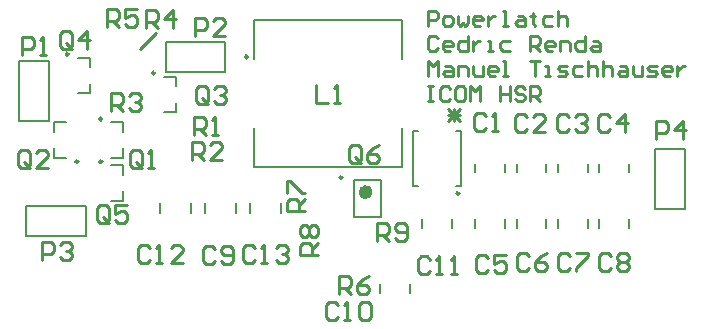
<source format=gto>
G04*
G04 #@! TF.GenerationSoftware,Altium Limited,Altium Designer,19.1.8 (144)*
G04*
G04 Layer_Color=65535*
%FSLAX42Y42*%
%MOMM*%
G71*
G01*
G75*
%ADD10C,0.25*%
%ADD11C,0.60*%
%ADD12C,0.25*%
%ADD13C,0.20*%
D10*
X1312Y2373D02*
G03*
X1312Y2373I-12J0D01*
G01*
X865Y1985D02*
G03*
X865Y1985I-12J0D01*
G01*
X2098Y2510D02*
G03*
X2098Y2510I-12J0D01*
G01*
X2900Y1488D02*
G03*
X2900Y1488I-12J0D01*
G01*
X865Y1623D02*
G03*
X865Y1623I-12J0D01*
G01*
X662Y1625D02*
G03*
X662Y1625I-12J0D01*
G01*
X582Y2533D02*
G03*
X582Y2533I-12J0D01*
G01*
X3888Y1355D02*
G03*
X3888Y1355I-12J0D01*
G01*
D11*
X3125Y1365D02*
G03*
X3125Y1365I-30J0D01*
G01*
D12*
X1188Y2577D02*
X1320Y2710D01*
X3620Y2775D02*
Y2902D01*
X3684D01*
X3705Y2881D01*
Y2839D01*
X3684Y2818D01*
X3620D01*
X3769Y2775D02*
X3811D01*
X3832Y2796D01*
Y2839D01*
X3811Y2860D01*
X3769D01*
X3747Y2839D01*
Y2796D01*
X3769Y2775D01*
X3874Y2860D02*
Y2796D01*
X3895Y2775D01*
X3917Y2796D01*
X3938Y2775D01*
X3959Y2796D01*
Y2860D01*
X4065Y2775D02*
X4022D01*
X4001Y2796D01*
Y2839D01*
X4022Y2860D01*
X4065D01*
X4086Y2839D01*
Y2818D01*
X4001D01*
X4128Y2860D02*
Y2775D01*
Y2818D01*
X4149Y2839D01*
X4171Y2860D01*
X4192D01*
X4255Y2775D02*
X4298D01*
X4276D01*
Y2902D01*
X4255D01*
X4382Y2860D02*
X4424D01*
X4446Y2839D01*
Y2775D01*
X4382D01*
X4361Y2796D01*
X4382Y2818D01*
X4446D01*
X4509Y2881D02*
Y2860D01*
X4488D01*
X4530D01*
X4509D01*
Y2796D01*
X4530Y2775D01*
X4678Y2860D02*
X4615D01*
X4594Y2839D01*
Y2796D01*
X4615Y2775D01*
X4678D01*
X4721Y2902D02*
Y2775D01*
Y2839D01*
X4742Y2860D01*
X4784D01*
X4805Y2839D01*
Y2775D01*
X3705Y2668D02*
X3684Y2689D01*
X3642D01*
X3620Y2668D01*
Y2583D01*
X3642Y2562D01*
X3684D01*
X3705Y2583D01*
X3811Y2562D02*
X3769D01*
X3747Y2583D01*
Y2626D01*
X3769Y2647D01*
X3811D01*
X3832Y2626D01*
Y2604D01*
X3747D01*
X3959Y2689D02*
Y2562D01*
X3895D01*
X3874Y2583D01*
Y2626D01*
X3895Y2647D01*
X3959D01*
X4001D02*
Y2562D01*
Y2604D01*
X4022Y2626D01*
X4044Y2647D01*
X4065D01*
X4128Y2562D02*
X4171D01*
X4149D01*
Y2647D01*
X4128D01*
X4319D02*
X4255D01*
X4234Y2626D01*
Y2583D01*
X4255Y2562D01*
X4319D01*
X4488D02*
Y2689D01*
X4551D01*
X4573Y2668D01*
Y2626D01*
X4551Y2604D01*
X4488D01*
X4530D02*
X4573Y2562D01*
X4678D02*
X4636D01*
X4615Y2583D01*
Y2626D01*
X4636Y2647D01*
X4678D01*
X4700Y2626D01*
Y2604D01*
X4615D01*
X4742Y2562D02*
Y2647D01*
X4805D01*
X4827Y2626D01*
Y2562D01*
X4953Y2689D02*
Y2562D01*
X4890D01*
X4869Y2583D01*
Y2626D01*
X4890Y2647D01*
X4953D01*
X5017D02*
X5059D01*
X5080Y2626D01*
Y2562D01*
X5017D01*
X4996Y2583D01*
X5017Y2604D01*
X5080D01*
X3620Y2349D02*
Y2476D01*
X3663Y2433D01*
X3705Y2476D01*
Y2349D01*
X3769Y2433D02*
X3811D01*
X3832Y2412D01*
Y2349D01*
X3769D01*
X3747Y2370D01*
X3769Y2391D01*
X3832D01*
X3874Y2349D02*
Y2433D01*
X3938D01*
X3959Y2412D01*
Y2349D01*
X4001Y2433D02*
Y2370D01*
X4022Y2349D01*
X4086D01*
Y2433D01*
X4192Y2349D02*
X4149D01*
X4128Y2370D01*
Y2412D01*
X4149Y2433D01*
X4192D01*
X4213Y2412D01*
Y2391D01*
X4128D01*
X4255Y2349D02*
X4298D01*
X4276D01*
Y2476D01*
X4255D01*
X4488D02*
X4573D01*
X4530D01*
Y2349D01*
X4615D02*
X4657D01*
X4636D01*
Y2433D01*
X4615D01*
X4721Y2349D02*
X4784D01*
X4805Y2370D01*
X4784Y2391D01*
X4742D01*
X4721Y2412D01*
X4742Y2433D01*
X4805D01*
X4932D02*
X4869D01*
X4848Y2412D01*
Y2370D01*
X4869Y2349D01*
X4932D01*
X4975Y2476D02*
Y2349D01*
Y2412D01*
X4996Y2433D01*
X5038D01*
X5059Y2412D01*
Y2349D01*
X5102Y2476D02*
Y2349D01*
Y2412D01*
X5123Y2433D01*
X5165D01*
X5186Y2412D01*
Y2349D01*
X5250Y2433D02*
X5292D01*
X5313Y2412D01*
Y2349D01*
X5250D01*
X5229Y2370D01*
X5250Y2391D01*
X5313D01*
X5356Y2433D02*
Y2370D01*
X5377Y2349D01*
X5440D01*
Y2433D01*
X5482Y2349D02*
X5546D01*
X5567Y2370D01*
X5546Y2391D01*
X5504D01*
X5482Y2412D01*
X5504Y2433D01*
X5567D01*
X5673Y2349D02*
X5631D01*
X5609Y2370D01*
Y2412D01*
X5631Y2433D01*
X5673D01*
X5694Y2412D01*
Y2391D01*
X5609D01*
X5736Y2433D02*
Y2349D01*
Y2391D01*
X5758Y2412D01*
X5779Y2433D01*
X5800D01*
X3620Y2262D02*
X3663D01*
X3642D01*
Y2135D01*
X3620D01*
X3663D01*
X3811Y2241D02*
X3790Y2262D01*
X3747D01*
X3726Y2241D01*
Y2157D01*
X3747Y2135D01*
X3790D01*
X3811Y2157D01*
X3917Y2262D02*
X3874D01*
X3853Y2241D01*
Y2157D01*
X3874Y2135D01*
X3917D01*
X3938Y2157D01*
Y2241D01*
X3917Y2262D01*
X3980Y2135D02*
Y2262D01*
X4022Y2220D01*
X4065Y2262D01*
Y2135D01*
X4234Y2262D02*
Y2135D01*
Y2199D01*
X4319D01*
Y2262D01*
Y2135D01*
X4446Y2241D02*
X4424Y2262D01*
X4382D01*
X4361Y2241D01*
Y2220D01*
X4382Y2199D01*
X4424D01*
X4446Y2178D01*
Y2157D01*
X4424Y2135D01*
X4382D01*
X4361Y2157D01*
X4488Y2135D02*
Y2262D01*
X4551D01*
X4573Y2241D01*
Y2199D01*
X4551Y2178D01*
X4488D01*
X4530D02*
X4573Y2135D01*
X1764Y2140D02*
Y2242D01*
X1739Y2267D01*
X1688D01*
X1662Y2242D01*
Y2140D01*
X1688Y2115D01*
X1739D01*
X1713Y2166D02*
X1764Y2115D01*
X1739D02*
X1764Y2140D01*
X1815Y2242D02*
X1840Y2267D01*
X1891D01*
X1916Y2242D01*
Y2217D01*
X1891Y2191D01*
X1866D01*
X1891D01*
X1916Y2166D01*
Y2140D01*
X1891Y2115D01*
X1840D01*
X1815Y2140D01*
X1623Y1638D02*
Y1790D01*
X1699D01*
X1724Y1764D01*
Y1714D01*
X1699Y1688D01*
X1623D01*
X1673D02*
X1724Y1638D01*
X1876D02*
X1775D01*
X1876Y1739D01*
Y1764D01*
X1851Y1790D01*
X1800D01*
X1775Y1764D01*
X1640Y1848D02*
Y2000D01*
X1716D01*
X1742Y1974D01*
Y1924D01*
X1716Y1898D01*
X1640D01*
X1691D02*
X1742Y1848D01*
X1792D02*
X1843D01*
X1818D01*
Y2000D01*
X1792Y1974D01*
X1199Y1598D02*
Y1699D01*
X1174Y1725D01*
X1123D01*
X1098Y1699D01*
Y1598D01*
X1123Y1573D01*
X1174D01*
X1148Y1623D02*
X1199Y1573D01*
X1174D02*
X1199Y1598D01*
X1250Y1573D02*
X1301D01*
X1275D01*
Y1725D01*
X1250Y1699D01*
X943Y2050D02*
Y2202D01*
X1019D01*
X1044Y2177D01*
Y2126D01*
X1019Y2101D01*
X943D01*
X993D02*
X1044Y2050D01*
X1095Y2177D02*
X1120Y2202D01*
X1171D01*
X1196Y2177D01*
Y2152D01*
X1171Y2126D01*
X1146D01*
X1171D01*
X1196Y2101D01*
Y2075D01*
X1171Y2050D01*
X1120D01*
X1095Y2075D01*
X1240Y2758D02*
Y2910D01*
X1316D01*
X1342Y2884D01*
Y2834D01*
X1316Y2808D01*
X1240D01*
X1291D02*
X1342Y2758D01*
X1469D02*
Y2910D01*
X1392Y2834D01*
X1494D01*
X910Y2765D02*
Y2917D01*
X986D01*
X1012Y2892D01*
Y2841D01*
X986Y2816D01*
X910D01*
X961D02*
X1012Y2765D01*
X1164Y2917D02*
X1062D01*
Y2841D01*
X1113Y2867D01*
X1139D01*
X1164Y2841D01*
Y2790D01*
X1139Y2765D01*
X1088D01*
X1062Y2790D01*
X2677Y2275D02*
Y2123D01*
X2779D01*
X2830D02*
X2881D01*
X2855D01*
Y2275D01*
X2830Y2249D01*
X3059Y1640D02*
Y1742D01*
X3034Y1767D01*
X2983D01*
X2958Y1742D01*
Y1640D01*
X2983Y1615D01*
X3034D01*
X3008Y1666D02*
X3059Y1615D01*
X3034D02*
X3059Y1640D01*
X3211Y1767D02*
X3161Y1742D01*
X3110Y1691D01*
Y1640D01*
X3135Y1615D01*
X3186D01*
X3211Y1640D01*
Y1666D01*
X3186Y1691D01*
X3110D01*
X2583Y1205D02*
X2430D01*
Y1281D01*
X2456Y1307D01*
X2506D01*
X2532Y1281D01*
Y1205D01*
Y1256D02*
X2583Y1307D01*
X2430Y1357D02*
Y1459D01*
X2456D01*
X2557Y1357D01*
X2583D01*
X2159Y889D02*
X2134Y915D01*
X2083D01*
X2058Y889D01*
Y788D01*
X2083Y762D01*
X2134D01*
X2159Y788D01*
X2210Y762D02*
X2261D01*
X2235D01*
Y915D01*
X2210Y889D01*
X2337D02*
X2362Y915D01*
X2413D01*
X2438Y889D01*
Y864D01*
X2413Y839D01*
X2388D01*
X2413D01*
X2438Y813D01*
Y788D01*
X2413Y762D01*
X2362D01*
X2337Y788D01*
X1267Y894D02*
X1241Y920D01*
X1190D01*
X1165Y894D01*
Y793D01*
X1190Y768D01*
X1241D01*
X1267Y793D01*
X1317Y768D02*
X1368D01*
X1343D01*
Y920D01*
X1317Y894D01*
X1546Y768D02*
X1444D01*
X1546Y869D01*
Y894D01*
X1520Y920D01*
X1470D01*
X1444Y894D01*
X927Y1128D02*
Y1229D01*
X901Y1255D01*
X850D01*
X825Y1229D01*
Y1128D01*
X850Y1102D01*
X901D01*
X876Y1153D02*
X927Y1102D01*
X901D02*
X927Y1128D01*
X1079Y1255D02*
X977D01*
Y1179D01*
X1028Y1204D01*
X1054D01*
X1079Y1179D01*
Y1128D01*
X1054Y1102D01*
X1003D01*
X977Y1128D01*
X257Y1593D02*
Y1694D01*
X231Y1720D01*
X180D01*
X155Y1694D01*
Y1593D01*
X180Y1568D01*
X231D01*
X206Y1618D02*
X257Y1568D01*
X231D02*
X257Y1593D01*
X409Y1568D02*
X307D01*
X409Y1669D01*
Y1694D01*
X384Y1720D01*
X333D01*
X307Y1694D01*
X607Y2603D02*
Y2704D01*
X581Y2730D01*
X530D01*
X505Y2704D01*
Y2603D01*
X530Y2577D01*
X581D01*
X556Y2628D02*
X607Y2577D01*
X581D02*
X607Y2603D01*
X734Y2577D02*
Y2730D01*
X657Y2654D01*
X759D01*
X358Y793D02*
Y945D01*
X434D01*
X459Y919D01*
Y869D01*
X434Y843D01*
X358D01*
X510Y919D02*
X535Y945D01*
X586D01*
X611Y919D01*
Y894D01*
X586Y869D01*
X561D01*
X586D01*
X611Y843D01*
Y818D01*
X586Y793D01*
X535D01*
X510Y818D01*
X3795Y2072D02*
X3897Y1970D01*
X3795D02*
X3897Y2072D01*
X3795Y2021D02*
X3897D01*
X3846Y1970D02*
Y2072D01*
X1819Y887D02*
X1794Y912D01*
X1743D01*
X1717Y887D01*
Y785D01*
X1743Y760D01*
X1794D01*
X1819Y785D01*
X1870D02*
X1895Y760D01*
X1946D01*
X1971Y785D01*
Y887D01*
X1946Y912D01*
X1895D01*
X1870Y887D01*
Y862D01*
X1895Y836D01*
X1971D01*
X1652Y2690D02*
Y2842D01*
X1729D01*
X1754Y2817D01*
Y2766D01*
X1729Y2741D01*
X1652D01*
X1906Y2690D02*
X1805D01*
X1906Y2792D01*
Y2817D01*
X1881Y2842D01*
X1830D01*
X1805Y2817D01*
X185Y2525D02*
Y2677D01*
X261D01*
X287Y2652D01*
Y2601D01*
X261Y2576D01*
X185D01*
X337Y2525D02*
X388D01*
X363D01*
Y2677D01*
X337Y2652D01*
X3639Y794D02*
X3614Y820D01*
X3563D01*
X3538Y794D01*
Y693D01*
X3563Y668D01*
X3614D01*
X3639Y693D01*
X3690Y668D02*
X3741D01*
X3715D01*
Y820D01*
X3690Y794D01*
X3817Y668D02*
X3868D01*
X3842D01*
Y820D01*
X3817Y794D01*
X5177Y827D02*
X5151Y852D01*
X5100D01*
X5075Y827D01*
Y725D01*
X5100Y700D01*
X5151D01*
X5177Y725D01*
X5227Y827D02*
X5253Y852D01*
X5304D01*
X5329Y827D01*
Y802D01*
X5304Y776D01*
X5329Y751D01*
Y725D01*
X5304Y700D01*
X5253D01*
X5227Y725D01*
Y751D01*
X5253Y776D01*
X5227Y802D01*
Y827D01*
X5253Y776D02*
X5304D01*
X4827Y827D02*
X4801Y852D01*
X4750D01*
X4725Y827D01*
Y725D01*
X4750Y700D01*
X4801D01*
X4827Y725D01*
X4877Y852D02*
X4979D01*
Y827D01*
X4877Y725D01*
Y700D01*
X4477Y827D02*
X4451Y852D01*
X4400D01*
X4375Y827D01*
Y725D01*
X4400Y700D01*
X4451D01*
X4477Y725D01*
X4629Y852D02*
X4578Y827D01*
X4527Y776D01*
Y725D01*
X4553Y700D01*
X4604D01*
X4629Y725D01*
Y751D01*
X4604Y776D01*
X4527D01*
X4132Y807D02*
X4106Y832D01*
X4055D01*
X4030Y807D01*
Y705D01*
X4055Y680D01*
X4106D01*
X4132Y705D01*
X4284Y832D02*
X4182D01*
Y756D01*
X4233Y782D01*
X4259D01*
X4284Y756D01*
Y705D01*
X4259Y680D01*
X4208D01*
X4182Y705D01*
X2862Y412D02*
X2836Y437D01*
X2785D01*
X2760Y412D01*
Y310D01*
X2785Y285D01*
X2836D01*
X2862Y310D01*
X2912Y285D02*
X2963D01*
X2938D01*
Y437D01*
X2912Y412D01*
X3039D02*
X3065Y437D01*
X3115D01*
X3141Y412D01*
Y310D01*
X3115Y285D01*
X3065D01*
X3039Y310D01*
Y412D01*
X2870Y500D02*
Y652D01*
X2946D01*
X2972Y627D01*
Y576D01*
X2946Y551D01*
X2870D01*
X2921D02*
X2972Y500D01*
X3124Y652D02*
X3073Y627D01*
X3022Y576D01*
Y525D01*
X3048Y500D01*
X3099D01*
X3124Y525D01*
Y551D01*
X3099Y576D01*
X3022D01*
X2692Y835D02*
X2540D01*
Y911D01*
X2566Y937D01*
X2616D01*
X2642Y911D01*
Y835D01*
Y886D02*
X2692Y937D01*
X2566Y987D02*
X2540Y1013D01*
Y1064D01*
X2566Y1089D01*
X2591D01*
X2616Y1064D01*
X2642Y1089D01*
X2667D01*
X2692Y1064D01*
Y1013D01*
X2667Y987D01*
X2642D01*
X2616Y1013D01*
X2591Y987D01*
X2566D01*
X2616Y1013D02*
Y1064D01*
X3190Y948D02*
Y1100D01*
X3266D01*
X3292Y1074D01*
Y1024D01*
X3266Y998D01*
X3190D01*
X3241D02*
X3292Y948D01*
X3342Y973D02*
X3368Y948D01*
X3419D01*
X3444Y973D01*
Y1074D01*
X3419Y1100D01*
X3368D01*
X3342Y1074D01*
Y1049D01*
X3368Y1024D01*
X3444D01*
X5165Y2004D02*
X5140Y2030D01*
X5089D01*
X5064Y2004D01*
Y1903D01*
X5089Y1878D01*
X5140D01*
X5165Y1903D01*
X5292Y1878D02*
Y2030D01*
X5216Y1954D01*
X5317D01*
X4815Y2004D02*
X4790Y2030D01*
X4739D01*
X4714Y2004D01*
Y1903D01*
X4739Y1878D01*
X4790D01*
X4815Y1903D01*
X4866Y2004D02*
X4892Y2030D01*
X4942D01*
X4968Y2004D01*
Y1979D01*
X4942Y1954D01*
X4917D01*
X4942D01*
X4968Y1928D01*
Y1903D01*
X4942Y1878D01*
X4892D01*
X4866Y1903D01*
X4465Y2005D02*
X4439Y2030D01*
X4389D01*
X4363Y2005D01*
Y1903D01*
X4389Y1878D01*
X4439D01*
X4465Y1903D01*
X4617Y1878D02*
X4516D01*
X4617Y1979D01*
Y2005D01*
X4592Y2030D01*
X4541D01*
X4516Y2005D01*
X4115Y2006D02*
X4090Y2032D01*
X4039D01*
X4013Y2006D01*
Y1905D01*
X4039Y1879D01*
X4090D01*
X4115Y1905D01*
X4166Y1879D02*
X4217D01*
X4191D01*
Y2032D01*
X4166Y2006D01*
X5558Y1817D02*
Y1970D01*
X5634D01*
X5660Y1944D01*
Y1894D01*
X5634Y1868D01*
X5558D01*
X5787Y1817D02*
Y1970D01*
X5711Y1894D01*
X5812D01*
D13*
X1490Y2042D02*
Y2123D01*
X1390Y2042D02*
X1490D01*
Y2262D02*
Y2342D01*
X1390D02*
X1490D01*
X1043Y1655D02*
Y1735D01*
X943Y1655D02*
X1043D01*
Y1875D02*
Y1955D01*
X943D02*
X1043D01*
X3400Y1575D02*
Y1905D01*
X2150Y1575D02*
Y1905D01*
X3400Y2495D02*
Y2825D01*
X2150Y2495D02*
Y2825D01*
Y1575D02*
X3400D01*
X2150Y2825D02*
X3400D01*
X2995Y1155D02*
Y1465D01*
X3225Y1155D02*
Y1465D01*
X2995D02*
X3225D01*
X2995Y1155D02*
X3225D01*
X2117Y1190D02*
Y1270D01*
X2377Y1190D02*
Y1270D01*
X1355Y1190D02*
Y1270D01*
X1615Y1190D02*
Y1270D01*
X943Y1593D02*
X1043D01*
Y1512D02*
Y1593D01*
X943Y1293D02*
X1043D01*
Y1373D01*
X460Y1655D02*
X560D01*
X460D02*
Y1735D01*
Y1955D02*
X560D01*
X460Y1875D02*
Y1955D01*
X660Y2502D02*
X760D01*
Y2423D02*
Y2502D01*
X660Y2202D02*
X760D01*
Y2283D01*
X732Y993D02*
Y1247D01*
X224Y993D02*
X732D01*
X224D02*
Y1247D01*
X732D01*
X3900Y1420D02*
Y1880D01*
X3500Y1420D02*
Y1880D01*
X3860D02*
X3900D01*
X3860Y1420D02*
X3900D01*
X3500Y1880D02*
X3540D01*
X3500Y1420D02*
X3540D01*
X1738Y1190D02*
Y1270D01*
X1998Y1190D02*
Y1270D01*
X1909Y2385D02*
Y2640D01*
X1402Y2385D02*
X1909D01*
X1402D02*
Y2640D01*
X1909D01*
X163Y2475D02*
X417D01*
Y1967D02*
Y2475D01*
X163Y1967D02*
X417D01*
X163D02*
Y2475D01*
X3570Y1060D02*
Y1140D01*
X3830Y1060D02*
Y1140D01*
X5325Y1065D02*
Y1135D01*
X5075Y1065D02*
Y1135D01*
X4975Y1065D02*
Y1135D01*
X4725Y1065D02*
Y1135D01*
X4625Y1065D02*
Y1135D01*
X4375Y1065D02*
Y1135D01*
X4275Y1065D02*
Y1135D01*
X4025Y1065D02*
Y1135D01*
X3475Y507D02*
Y588D01*
X3215Y507D02*
Y588D01*
X5075Y1535D02*
Y1605D01*
X5325Y1535D02*
Y1605D01*
X4725Y1535D02*
Y1605D01*
X4975Y1535D02*
Y1605D01*
X4375Y1535D02*
Y1605D01*
X4625Y1535D02*
Y1605D01*
X4025Y1535D02*
Y1605D01*
X4275Y1535D02*
Y1605D01*
X5542Y1732D02*
X5796D01*
Y1224D02*
Y1732D01*
X5542Y1224D02*
X5796D01*
X5542D02*
Y1732D01*
M02*

</source>
